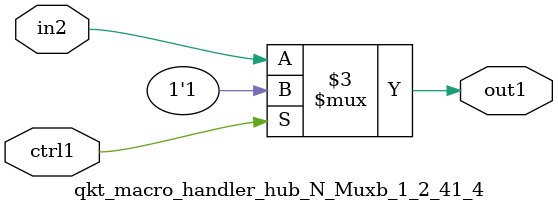
<source format=v>

`timescale 1ps / 1ps


module qkt_macro_handler_hub_N_Muxb_1_2_41_4( in2, ctrl1, out1 );

    input in2;
    input ctrl1;
    output out1;
    reg out1;

    
    // rtl_process:qkt_macro_handler_hub_N_Muxb_1_2_41_4/qkt_macro_handler_hub_N_Muxb_1_2_41_4_thread_1
    always @*
      begin : qkt_macro_handler_hub_N_Muxb_1_2_41_4_thread_1
        case (ctrl1) 
          1'b1: 
            begin
              out1 = 1'b1;
            end
          default: 
            begin
              out1 = in2;
            end
        endcase
      end

endmodule





</source>
